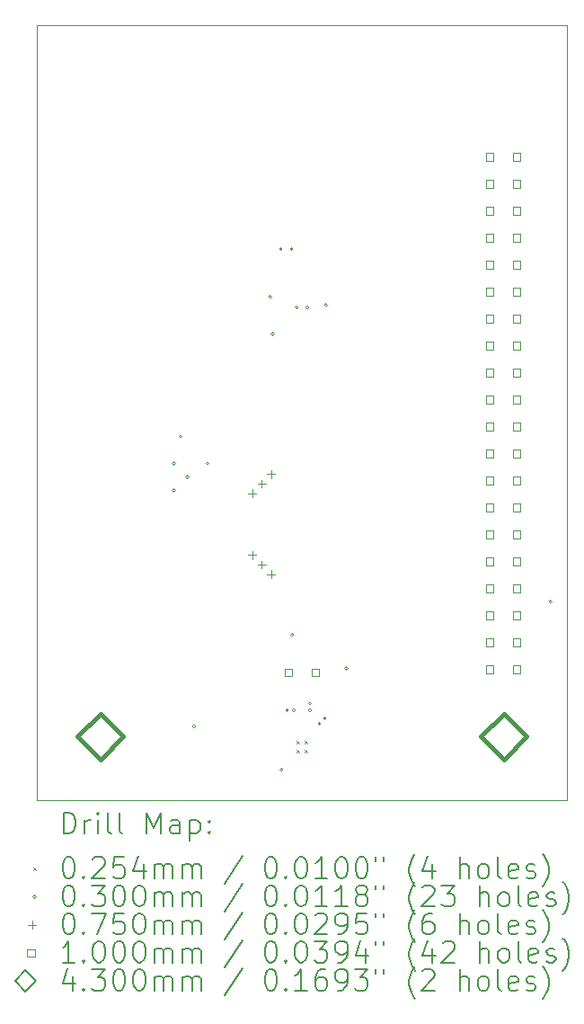
<source format=gbr>
%FSLAX45Y45*%
G04 Gerber Fmt 4.5, Leading zero omitted, Abs format (unit mm)*
G04 Created by KiCad (PCBNEW (6.0.0)) date 2025-05-03 15:15:20*
%MOMM*%
%LPD*%
G01*
G04 APERTURE LIST*
%TA.AperFunction,Profile*%
%ADD10C,0.100000*%
%TD*%
%ADD11C,0.200000*%
%ADD12C,0.025400*%
%ADD13C,0.030000*%
%ADD14C,0.075000*%
%ADD15C,0.100000*%
%ADD16C,0.430000*%
G04 APERTURE END LIST*
D10*
X15103252Y-3604343D02*
X20103252Y-3604343D01*
X20103252Y-3604343D02*
X20103252Y-10904343D01*
X20103252Y-10904343D02*
X15103252Y-10904343D01*
X15103252Y-10904343D02*
X15103252Y-3604343D01*
D11*
D12*
X17551182Y-10347773D02*
X17576582Y-10373173D01*
X17576582Y-10347773D02*
X17551182Y-10373173D01*
X17551182Y-10426513D02*
X17576582Y-10451913D01*
X17576582Y-10426513D02*
X17551182Y-10451913D01*
X17629922Y-10347773D02*
X17655322Y-10373173D01*
X17655322Y-10347773D02*
X17629922Y-10373173D01*
X17629922Y-10426513D02*
X17655322Y-10451913D01*
X17655322Y-10426513D02*
X17629922Y-10451913D01*
D13*
X16411752Y-7732843D02*
G75*
G03*
X16411752Y-7732843I-15000J0D01*
G01*
X16411752Y-7986843D02*
G75*
G03*
X16411752Y-7986843I-15000J0D01*
G01*
X16475252Y-7478843D02*
G75*
G03*
X16475252Y-7478843I-15000J0D01*
G01*
X16538752Y-7859843D02*
G75*
G03*
X16538752Y-7859843I-15000J0D01*
G01*
X16602252Y-10209343D02*
G75*
G03*
X16602252Y-10209343I-15000J0D01*
G01*
X16729252Y-7732843D02*
G75*
G03*
X16729252Y-7732843I-15000J0D01*
G01*
X17318252Y-6162843D02*
G75*
G03*
X17318252Y-6162843I-15000J0D01*
G01*
X17343252Y-6512843D02*
G75*
G03*
X17343252Y-6512843I-15000J0D01*
G01*
X17418252Y-5712843D02*
G75*
G03*
X17418252Y-5712843I-15000J0D01*
G01*
X17426252Y-10617343D02*
G75*
G03*
X17426252Y-10617343I-15000J0D01*
G01*
X17478552Y-10056943D02*
G75*
G03*
X17478552Y-10056943I-15000J0D01*
G01*
X17518252Y-5712843D02*
G75*
G03*
X17518252Y-5712843I-15000J0D01*
G01*
X17527002Y-9348093D02*
G75*
G03*
X17527002Y-9348093I-15000J0D01*
G01*
X17542052Y-10056943D02*
G75*
G03*
X17542052Y-10056943I-15000J0D01*
G01*
X17568252Y-6262843D02*
G75*
G03*
X17568252Y-6262843I-15000J0D01*
G01*
X17668252Y-6262843D02*
G75*
G03*
X17668252Y-6262843I-15000J0D01*
G01*
X17694452Y-9993443D02*
G75*
G03*
X17694452Y-9993443I-15000J0D01*
G01*
X17694452Y-10056943D02*
G75*
G03*
X17694452Y-10056943I-15000J0D01*
G01*
X17783352Y-10183943D02*
G75*
G03*
X17783352Y-10183943I-15000J0D01*
G01*
X17834152Y-10133143D02*
G75*
G03*
X17834152Y-10133143I-15000J0D01*
G01*
X17843252Y-6239623D02*
G75*
G03*
X17843252Y-6239623I-15000J0D01*
G01*
X18037352Y-9663243D02*
G75*
G03*
X18037352Y-9663243I-15000J0D01*
G01*
X19960752Y-9035343D02*
G75*
G03*
X19960752Y-9035343I-15000J0D01*
G01*
D14*
X17132449Y-7975645D02*
X17132449Y-8050645D01*
X17094949Y-8013145D02*
X17169949Y-8013145D01*
X17132450Y-8558040D02*
X17132450Y-8633040D01*
X17094950Y-8595540D02*
X17169950Y-8595540D01*
X17222252Y-7885843D02*
X17222252Y-7960843D01*
X17184752Y-7923343D02*
X17259752Y-7923343D01*
X17222252Y-8647843D02*
X17222252Y-8722843D01*
X17184752Y-8685343D02*
X17259752Y-8685343D01*
X17312055Y-7796040D02*
X17312055Y-7871040D01*
X17274555Y-7833540D02*
X17349555Y-7833540D01*
X17312055Y-8737645D02*
X17312055Y-8812645D01*
X17274555Y-8775145D02*
X17349555Y-8775145D01*
D15*
X17509608Y-9739199D02*
X17509608Y-9668487D01*
X17438896Y-9668487D01*
X17438896Y-9739199D01*
X17509608Y-9739199D01*
X17763608Y-9739199D02*
X17763608Y-9668487D01*
X17692896Y-9668487D01*
X17692896Y-9739199D01*
X17763608Y-9739199D01*
X19409608Y-4879699D02*
X19409608Y-4808987D01*
X19338896Y-4808987D01*
X19338896Y-4879699D01*
X19409608Y-4879699D01*
X19409608Y-5133699D02*
X19409608Y-5062987D01*
X19338896Y-5062987D01*
X19338896Y-5133699D01*
X19409608Y-5133699D01*
X19409608Y-5387699D02*
X19409608Y-5316987D01*
X19338896Y-5316987D01*
X19338896Y-5387699D01*
X19409608Y-5387699D01*
X19409608Y-5641698D02*
X19409608Y-5570987D01*
X19338896Y-5570987D01*
X19338896Y-5641698D01*
X19409608Y-5641698D01*
X19409608Y-5895698D02*
X19409608Y-5824987D01*
X19338896Y-5824987D01*
X19338896Y-5895698D01*
X19409608Y-5895698D01*
X19409608Y-6149698D02*
X19409608Y-6078987D01*
X19338896Y-6078987D01*
X19338896Y-6149698D01*
X19409608Y-6149698D01*
X19409608Y-6403698D02*
X19409608Y-6332987D01*
X19338896Y-6332987D01*
X19338896Y-6403698D01*
X19409608Y-6403698D01*
X19409608Y-6657698D02*
X19409608Y-6586987D01*
X19338896Y-6586987D01*
X19338896Y-6657698D01*
X19409608Y-6657698D01*
X19409608Y-6911698D02*
X19409608Y-6840987D01*
X19338896Y-6840987D01*
X19338896Y-6911698D01*
X19409608Y-6911698D01*
X19409608Y-7165698D02*
X19409608Y-7094987D01*
X19338896Y-7094987D01*
X19338896Y-7165698D01*
X19409608Y-7165698D01*
X19409608Y-7419698D02*
X19409608Y-7348987D01*
X19338896Y-7348987D01*
X19338896Y-7419698D01*
X19409608Y-7419698D01*
X19409608Y-7673698D02*
X19409608Y-7602987D01*
X19338896Y-7602987D01*
X19338896Y-7673698D01*
X19409608Y-7673698D01*
X19409608Y-7927698D02*
X19409608Y-7856987D01*
X19338896Y-7856987D01*
X19338896Y-7927698D01*
X19409608Y-7927698D01*
X19409608Y-8181698D02*
X19409608Y-8110987D01*
X19338896Y-8110987D01*
X19338896Y-8181698D01*
X19409608Y-8181698D01*
X19409608Y-8435699D02*
X19409608Y-8364987D01*
X19338896Y-8364987D01*
X19338896Y-8435699D01*
X19409608Y-8435699D01*
X19409608Y-8689699D02*
X19409608Y-8618987D01*
X19338896Y-8618987D01*
X19338896Y-8689699D01*
X19409608Y-8689699D01*
X19409608Y-8943699D02*
X19409608Y-8872987D01*
X19338896Y-8872987D01*
X19338896Y-8943699D01*
X19409608Y-8943699D01*
X19409608Y-9197699D02*
X19409608Y-9126987D01*
X19338896Y-9126987D01*
X19338896Y-9197699D01*
X19409608Y-9197699D01*
X19409608Y-9451699D02*
X19409608Y-9380987D01*
X19338896Y-9380987D01*
X19338896Y-9451699D01*
X19409608Y-9451699D01*
X19409608Y-9705699D02*
X19409608Y-9634987D01*
X19338896Y-9634987D01*
X19338896Y-9705699D01*
X19409608Y-9705699D01*
X19663608Y-4879699D02*
X19663608Y-4808987D01*
X19592896Y-4808987D01*
X19592896Y-4879699D01*
X19663608Y-4879699D01*
X19663608Y-5133699D02*
X19663608Y-5062987D01*
X19592896Y-5062987D01*
X19592896Y-5133699D01*
X19663608Y-5133699D01*
X19663608Y-5387699D02*
X19663608Y-5316987D01*
X19592896Y-5316987D01*
X19592896Y-5387699D01*
X19663608Y-5387699D01*
X19663608Y-5641698D02*
X19663608Y-5570987D01*
X19592896Y-5570987D01*
X19592896Y-5641698D01*
X19663608Y-5641698D01*
X19663608Y-5895698D02*
X19663608Y-5824987D01*
X19592896Y-5824987D01*
X19592896Y-5895698D01*
X19663608Y-5895698D01*
X19663608Y-6149698D02*
X19663608Y-6078987D01*
X19592896Y-6078987D01*
X19592896Y-6149698D01*
X19663608Y-6149698D01*
X19663608Y-6403698D02*
X19663608Y-6332987D01*
X19592896Y-6332987D01*
X19592896Y-6403698D01*
X19663608Y-6403698D01*
X19663608Y-6657698D02*
X19663608Y-6586987D01*
X19592896Y-6586987D01*
X19592896Y-6657698D01*
X19663608Y-6657698D01*
X19663608Y-6911698D02*
X19663608Y-6840987D01*
X19592896Y-6840987D01*
X19592896Y-6911698D01*
X19663608Y-6911698D01*
X19663608Y-7165698D02*
X19663608Y-7094987D01*
X19592896Y-7094987D01*
X19592896Y-7165698D01*
X19663608Y-7165698D01*
X19663608Y-7419698D02*
X19663608Y-7348987D01*
X19592896Y-7348987D01*
X19592896Y-7419698D01*
X19663608Y-7419698D01*
X19663608Y-7673698D02*
X19663608Y-7602987D01*
X19592896Y-7602987D01*
X19592896Y-7673698D01*
X19663608Y-7673698D01*
X19663608Y-7927698D02*
X19663608Y-7856987D01*
X19592896Y-7856987D01*
X19592896Y-7927698D01*
X19663608Y-7927698D01*
X19663608Y-8181698D02*
X19663608Y-8110987D01*
X19592896Y-8110987D01*
X19592896Y-8181698D01*
X19663608Y-8181698D01*
X19663608Y-8435699D02*
X19663608Y-8364987D01*
X19592896Y-8364987D01*
X19592896Y-8435699D01*
X19663608Y-8435699D01*
X19663608Y-8689699D02*
X19663608Y-8618987D01*
X19592896Y-8618987D01*
X19592896Y-8689699D01*
X19663608Y-8689699D01*
X19663608Y-8943699D02*
X19663608Y-8872987D01*
X19592896Y-8872987D01*
X19592896Y-8943699D01*
X19663608Y-8943699D01*
X19663608Y-9197699D02*
X19663608Y-9126987D01*
X19592896Y-9126987D01*
X19592896Y-9197699D01*
X19663608Y-9197699D01*
X19663608Y-9451699D02*
X19663608Y-9380987D01*
X19592896Y-9380987D01*
X19592896Y-9451699D01*
X19663608Y-9451699D01*
X19663608Y-9705699D02*
X19663608Y-9634987D01*
X19592896Y-9634987D01*
X19592896Y-9705699D01*
X19663608Y-9705699D01*
D16*
X15703252Y-10519343D02*
X15918252Y-10304343D01*
X15703252Y-10089343D01*
X15488252Y-10304343D01*
X15703252Y-10519343D01*
X19503252Y-10519343D02*
X19718252Y-10304343D01*
X19503252Y-10089343D01*
X19288252Y-10304343D01*
X19503252Y-10519343D01*
D11*
X15355871Y-11219819D02*
X15355871Y-11019819D01*
X15403490Y-11019819D01*
X15432061Y-11029343D01*
X15451109Y-11048390D01*
X15460633Y-11067438D01*
X15470157Y-11105533D01*
X15470157Y-11134105D01*
X15460633Y-11172200D01*
X15451109Y-11191247D01*
X15432061Y-11210295D01*
X15403490Y-11219819D01*
X15355871Y-11219819D01*
X15555871Y-11219819D02*
X15555871Y-11086486D01*
X15555871Y-11124581D02*
X15565395Y-11105533D01*
X15574919Y-11096009D01*
X15593966Y-11086486D01*
X15613014Y-11086486D01*
X15679680Y-11219819D02*
X15679680Y-11086486D01*
X15679680Y-11019819D02*
X15670157Y-11029343D01*
X15679680Y-11038867D01*
X15689204Y-11029343D01*
X15679680Y-11019819D01*
X15679680Y-11038867D01*
X15803490Y-11219819D02*
X15784442Y-11210295D01*
X15774919Y-11191247D01*
X15774919Y-11019819D01*
X15908252Y-11219819D02*
X15889204Y-11210295D01*
X15879680Y-11191247D01*
X15879680Y-11019819D01*
X16136823Y-11219819D02*
X16136823Y-11019819D01*
X16203490Y-11162676D01*
X16270157Y-11019819D01*
X16270157Y-11219819D01*
X16451109Y-11219819D02*
X16451109Y-11115057D01*
X16441585Y-11096009D01*
X16422538Y-11086486D01*
X16384442Y-11086486D01*
X16365395Y-11096009D01*
X16451109Y-11210295D02*
X16432061Y-11219819D01*
X16384442Y-11219819D01*
X16365395Y-11210295D01*
X16355871Y-11191247D01*
X16355871Y-11172200D01*
X16365395Y-11153152D01*
X16384442Y-11143629D01*
X16432061Y-11143629D01*
X16451109Y-11134105D01*
X16546347Y-11086486D02*
X16546347Y-11286486D01*
X16546347Y-11096009D02*
X16565395Y-11086486D01*
X16603490Y-11086486D01*
X16622538Y-11096009D01*
X16632061Y-11105533D01*
X16641585Y-11124581D01*
X16641585Y-11181724D01*
X16632061Y-11200771D01*
X16622538Y-11210295D01*
X16603490Y-11219819D01*
X16565395Y-11219819D01*
X16546347Y-11210295D01*
X16727300Y-11200771D02*
X16736823Y-11210295D01*
X16727300Y-11219819D01*
X16717776Y-11210295D01*
X16727300Y-11200771D01*
X16727300Y-11219819D01*
X16727300Y-11096009D02*
X16736823Y-11105533D01*
X16727300Y-11115057D01*
X16717776Y-11105533D01*
X16727300Y-11096009D01*
X16727300Y-11115057D01*
D12*
X15072852Y-11536643D02*
X15098252Y-11562043D01*
X15098252Y-11536643D02*
X15072852Y-11562043D01*
D11*
X15393966Y-11439819D02*
X15413014Y-11439819D01*
X15432061Y-11449343D01*
X15441585Y-11458867D01*
X15451109Y-11477914D01*
X15460633Y-11516009D01*
X15460633Y-11563628D01*
X15451109Y-11601724D01*
X15441585Y-11620771D01*
X15432061Y-11630295D01*
X15413014Y-11639819D01*
X15393966Y-11639819D01*
X15374919Y-11630295D01*
X15365395Y-11620771D01*
X15355871Y-11601724D01*
X15346347Y-11563628D01*
X15346347Y-11516009D01*
X15355871Y-11477914D01*
X15365395Y-11458867D01*
X15374919Y-11449343D01*
X15393966Y-11439819D01*
X15546347Y-11620771D02*
X15555871Y-11630295D01*
X15546347Y-11639819D01*
X15536823Y-11630295D01*
X15546347Y-11620771D01*
X15546347Y-11639819D01*
X15632061Y-11458867D02*
X15641585Y-11449343D01*
X15660633Y-11439819D01*
X15708252Y-11439819D01*
X15727300Y-11449343D01*
X15736823Y-11458867D01*
X15746347Y-11477914D01*
X15746347Y-11496962D01*
X15736823Y-11525533D01*
X15622538Y-11639819D01*
X15746347Y-11639819D01*
X15927300Y-11439819D02*
X15832061Y-11439819D01*
X15822538Y-11535057D01*
X15832061Y-11525533D01*
X15851109Y-11516009D01*
X15898728Y-11516009D01*
X15917776Y-11525533D01*
X15927300Y-11535057D01*
X15936823Y-11554105D01*
X15936823Y-11601724D01*
X15927300Y-11620771D01*
X15917776Y-11630295D01*
X15898728Y-11639819D01*
X15851109Y-11639819D01*
X15832061Y-11630295D01*
X15822538Y-11620771D01*
X16108252Y-11506486D02*
X16108252Y-11639819D01*
X16060633Y-11430295D02*
X16013014Y-11573152D01*
X16136823Y-11573152D01*
X16213014Y-11639819D02*
X16213014Y-11506486D01*
X16213014Y-11525533D02*
X16222538Y-11516009D01*
X16241585Y-11506486D01*
X16270157Y-11506486D01*
X16289204Y-11516009D01*
X16298728Y-11535057D01*
X16298728Y-11639819D01*
X16298728Y-11535057D02*
X16308252Y-11516009D01*
X16327300Y-11506486D01*
X16355871Y-11506486D01*
X16374919Y-11516009D01*
X16384442Y-11535057D01*
X16384442Y-11639819D01*
X16479680Y-11639819D02*
X16479680Y-11506486D01*
X16479680Y-11525533D02*
X16489204Y-11516009D01*
X16508252Y-11506486D01*
X16536823Y-11506486D01*
X16555871Y-11516009D01*
X16565395Y-11535057D01*
X16565395Y-11639819D01*
X16565395Y-11535057D02*
X16574919Y-11516009D01*
X16593966Y-11506486D01*
X16622538Y-11506486D01*
X16641585Y-11516009D01*
X16651109Y-11535057D01*
X16651109Y-11639819D01*
X17041585Y-11430295D02*
X16870157Y-11687438D01*
X17298728Y-11439819D02*
X17317776Y-11439819D01*
X17336823Y-11449343D01*
X17346347Y-11458867D01*
X17355871Y-11477914D01*
X17365395Y-11516009D01*
X17365395Y-11563628D01*
X17355871Y-11601724D01*
X17346347Y-11620771D01*
X17336823Y-11630295D01*
X17317776Y-11639819D01*
X17298728Y-11639819D01*
X17279681Y-11630295D01*
X17270157Y-11620771D01*
X17260633Y-11601724D01*
X17251109Y-11563628D01*
X17251109Y-11516009D01*
X17260633Y-11477914D01*
X17270157Y-11458867D01*
X17279681Y-11449343D01*
X17298728Y-11439819D01*
X17451109Y-11620771D02*
X17460633Y-11630295D01*
X17451109Y-11639819D01*
X17441585Y-11630295D01*
X17451109Y-11620771D01*
X17451109Y-11639819D01*
X17584442Y-11439819D02*
X17603490Y-11439819D01*
X17622538Y-11449343D01*
X17632062Y-11458867D01*
X17641585Y-11477914D01*
X17651109Y-11516009D01*
X17651109Y-11563628D01*
X17641585Y-11601724D01*
X17632062Y-11620771D01*
X17622538Y-11630295D01*
X17603490Y-11639819D01*
X17584442Y-11639819D01*
X17565395Y-11630295D01*
X17555871Y-11620771D01*
X17546347Y-11601724D01*
X17536823Y-11563628D01*
X17536823Y-11516009D01*
X17546347Y-11477914D01*
X17555871Y-11458867D01*
X17565395Y-11449343D01*
X17584442Y-11439819D01*
X17841585Y-11639819D02*
X17727300Y-11639819D01*
X17784442Y-11639819D02*
X17784442Y-11439819D01*
X17765395Y-11468390D01*
X17746347Y-11487438D01*
X17727300Y-11496962D01*
X17965395Y-11439819D02*
X17984442Y-11439819D01*
X18003490Y-11449343D01*
X18013014Y-11458867D01*
X18022538Y-11477914D01*
X18032062Y-11516009D01*
X18032062Y-11563628D01*
X18022538Y-11601724D01*
X18013014Y-11620771D01*
X18003490Y-11630295D01*
X17984442Y-11639819D01*
X17965395Y-11639819D01*
X17946347Y-11630295D01*
X17936823Y-11620771D01*
X17927300Y-11601724D01*
X17917776Y-11563628D01*
X17917776Y-11516009D01*
X17927300Y-11477914D01*
X17936823Y-11458867D01*
X17946347Y-11449343D01*
X17965395Y-11439819D01*
X18155871Y-11439819D02*
X18174919Y-11439819D01*
X18193966Y-11449343D01*
X18203490Y-11458867D01*
X18213014Y-11477914D01*
X18222538Y-11516009D01*
X18222538Y-11563628D01*
X18213014Y-11601724D01*
X18203490Y-11620771D01*
X18193966Y-11630295D01*
X18174919Y-11639819D01*
X18155871Y-11639819D01*
X18136823Y-11630295D01*
X18127300Y-11620771D01*
X18117776Y-11601724D01*
X18108252Y-11563628D01*
X18108252Y-11516009D01*
X18117776Y-11477914D01*
X18127300Y-11458867D01*
X18136823Y-11449343D01*
X18155871Y-11439819D01*
X18298728Y-11439819D02*
X18298728Y-11477914D01*
X18374919Y-11439819D02*
X18374919Y-11477914D01*
X18670157Y-11716009D02*
X18660633Y-11706486D01*
X18641585Y-11677914D01*
X18632062Y-11658867D01*
X18622538Y-11630295D01*
X18613014Y-11582676D01*
X18613014Y-11544581D01*
X18622538Y-11496962D01*
X18632062Y-11468390D01*
X18641585Y-11449343D01*
X18660633Y-11420771D01*
X18670157Y-11411247D01*
X18832062Y-11506486D02*
X18832062Y-11639819D01*
X18784442Y-11430295D02*
X18736823Y-11573152D01*
X18860633Y-11573152D01*
X19089204Y-11639819D02*
X19089204Y-11439819D01*
X19174919Y-11639819D02*
X19174919Y-11535057D01*
X19165395Y-11516009D01*
X19146347Y-11506486D01*
X19117776Y-11506486D01*
X19098728Y-11516009D01*
X19089204Y-11525533D01*
X19298728Y-11639819D02*
X19279681Y-11630295D01*
X19270157Y-11620771D01*
X19260633Y-11601724D01*
X19260633Y-11544581D01*
X19270157Y-11525533D01*
X19279681Y-11516009D01*
X19298728Y-11506486D01*
X19327300Y-11506486D01*
X19346347Y-11516009D01*
X19355871Y-11525533D01*
X19365395Y-11544581D01*
X19365395Y-11601724D01*
X19355871Y-11620771D01*
X19346347Y-11630295D01*
X19327300Y-11639819D01*
X19298728Y-11639819D01*
X19479681Y-11639819D02*
X19460633Y-11630295D01*
X19451109Y-11611247D01*
X19451109Y-11439819D01*
X19632062Y-11630295D02*
X19613014Y-11639819D01*
X19574919Y-11639819D01*
X19555871Y-11630295D01*
X19546347Y-11611247D01*
X19546347Y-11535057D01*
X19555871Y-11516009D01*
X19574919Y-11506486D01*
X19613014Y-11506486D01*
X19632062Y-11516009D01*
X19641585Y-11535057D01*
X19641585Y-11554105D01*
X19546347Y-11573152D01*
X19717776Y-11630295D02*
X19736823Y-11639819D01*
X19774919Y-11639819D01*
X19793966Y-11630295D01*
X19803490Y-11611247D01*
X19803490Y-11601724D01*
X19793966Y-11582676D01*
X19774919Y-11573152D01*
X19746347Y-11573152D01*
X19727300Y-11563628D01*
X19717776Y-11544581D01*
X19717776Y-11535057D01*
X19727300Y-11516009D01*
X19746347Y-11506486D01*
X19774919Y-11506486D01*
X19793966Y-11516009D01*
X19870157Y-11716009D02*
X19879681Y-11706486D01*
X19898728Y-11677914D01*
X19908252Y-11658867D01*
X19917776Y-11630295D01*
X19927300Y-11582676D01*
X19927300Y-11544581D01*
X19917776Y-11496962D01*
X19908252Y-11468390D01*
X19898728Y-11449343D01*
X19879681Y-11420771D01*
X19870157Y-11411247D01*
D13*
X15098252Y-11813343D02*
G75*
G03*
X15098252Y-11813343I-15000J0D01*
G01*
D11*
X15393966Y-11703819D02*
X15413014Y-11703819D01*
X15432061Y-11713343D01*
X15441585Y-11722867D01*
X15451109Y-11741914D01*
X15460633Y-11780009D01*
X15460633Y-11827628D01*
X15451109Y-11865724D01*
X15441585Y-11884771D01*
X15432061Y-11894295D01*
X15413014Y-11903819D01*
X15393966Y-11903819D01*
X15374919Y-11894295D01*
X15365395Y-11884771D01*
X15355871Y-11865724D01*
X15346347Y-11827628D01*
X15346347Y-11780009D01*
X15355871Y-11741914D01*
X15365395Y-11722867D01*
X15374919Y-11713343D01*
X15393966Y-11703819D01*
X15546347Y-11884771D02*
X15555871Y-11894295D01*
X15546347Y-11903819D01*
X15536823Y-11894295D01*
X15546347Y-11884771D01*
X15546347Y-11903819D01*
X15622538Y-11703819D02*
X15746347Y-11703819D01*
X15679680Y-11780009D01*
X15708252Y-11780009D01*
X15727300Y-11789533D01*
X15736823Y-11799057D01*
X15746347Y-11818105D01*
X15746347Y-11865724D01*
X15736823Y-11884771D01*
X15727300Y-11894295D01*
X15708252Y-11903819D01*
X15651109Y-11903819D01*
X15632061Y-11894295D01*
X15622538Y-11884771D01*
X15870157Y-11703819D02*
X15889204Y-11703819D01*
X15908252Y-11713343D01*
X15917776Y-11722867D01*
X15927300Y-11741914D01*
X15936823Y-11780009D01*
X15936823Y-11827628D01*
X15927300Y-11865724D01*
X15917776Y-11884771D01*
X15908252Y-11894295D01*
X15889204Y-11903819D01*
X15870157Y-11903819D01*
X15851109Y-11894295D01*
X15841585Y-11884771D01*
X15832061Y-11865724D01*
X15822538Y-11827628D01*
X15822538Y-11780009D01*
X15832061Y-11741914D01*
X15841585Y-11722867D01*
X15851109Y-11713343D01*
X15870157Y-11703819D01*
X16060633Y-11703819D02*
X16079680Y-11703819D01*
X16098728Y-11713343D01*
X16108252Y-11722867D01*
X16117776Y-11741914D01*
X16127300Y-11780009D01*
X16127300Y-11827628D01*
X16117776Y-11865724D01*
X16108252Y-11884771D01*
X16098728Y-11894295D01*
X16079680Y-11903819D01*
X16060633Y-11903819D01*
X16041585Y-11894295D01*
X16032061Y-11884771D01*
X16022538Y-11865724D01*
X16013014Y-11827628D01*
X16013014Y-11780009D01*
X16022538Y-11741914D01*
X16032061Y-11722867D01*
X16041585Y-11713343D01*
X16060633Y-11703819D01*
X16213014Y-11903819D02*
X16213014Y-11770486D01*
X16213014Y-11789533D02*
X16222538Y-11780009D01*
X16241585Y-11770486D01*
X16270157Y-11770486D01*
X16289204Y-11780009D01*
X16298728Y-11799057D01*
X16298728Y-11903819D01*
X16298728Y-11799057D02*
X16308252Y-11780009D01*
X16327300Y-11770486D01*
X16355871Y-11770486D01*
X16374919Y-11780009D01*
X16384442Y-11799057D01*
X16384442Y-11903819D01*
X16479680Y-11903819D02*
X16479680Y-11770486D01*
X16479680Y-11789533D02*
X16489204Y-11780009D01*
X16508252Y-11770486D01*
X16536823Y-11770486D01*
X16555871Y-11780009D01*
X16565395Y-11799057D01*
X16565395Y-11903819D01*
X16565395Y-11799057D02*
X16574919Y-11780009D01*
X16593966Y-11770486D01*
X16622538Y-11770486D01*
X16641585Y-11780009D01*
X16651109Y-11799057D01*
X16651109Y-11903819D01*
X17041585Y-11694295D02*
X16870157Y-11951438D01*
X17298728Y-11703819D02*
X17317776Y-11703819D01*
X17336823Y-11713343D01*
X17346347Y-11722867D01*
X17355871Y-11741914D01*
X17365395Y-11780009D01*
X17365395Y-11827628D01*
X17355871Y-11865724D01*
X17346347Y-11884771D01*
X17336823Y-11894295D01*
X17317776Y-11903819D01*
X17298728Y-11903819D01*
X17279681Y-11894295D01*
X17270157Y-11884771D01*
X17260633Y-11865724D01*
X17251109Y-11827628D01*
X17251109Y-11780009D01*
X17260633Y-11741914D01*
X17270157Y-11722867D01*
X17279681Y-11713343D01*
X17298728Y-11703819D01*
X17451109Y-11884771D02*
X17460633Y-11894295D01*
X17451109Y-11903819D01*
X17441585Y-11894295D01*
X17451109Y-11884771D01*
X17451109Y-11903819D01*
X17584442Y-11703819D02*
X17603490Y-11703819D01*
X17622538Y-11713343D01*
X17632062Y-11722867D01*
X17641585Y-11741914D01*
X17651109Y-11780009D01*
X17651109Y-11827628D01*
X17641585Y-11865724D01*
X17632062Y-11884771D01*
X17622538Y-11894295D01*
X17603490Y-11903819D01*
X17584442Y-11903819D01*
X17565395Y-11894295D01*
X17555871Y-11884771D01*
X17546347Y-11865724D01*
X17536823Y-11827628D01*
X17536823Y-11780009D01*
X17546347Y-11741914D01*
X17555871Y-11722867D01*
X17565395Y-11713343D01*
X17584442Y-11703819D01*
X17841585Y-11903819D02*
X17727300Y-11903819D01*
X17784442Y-11903819D02*
X17784442Y-11703819D01*
X17765395Y-11732390D01*
X17746347Y-11751438D01*
X17727300Y-11760962D01*
X18032062Y-11903819D02*
X17917776Y-11903819D01*
X17974919Y-11903819D02*
X17974919Y-11703819D01*
X17955871Y-11732390D01*
X17936823Y-11751438D01*
X17917776Y-11760962D01*
X18146347Y-11789533D02*
X18127300Y-11780009D01*
X18117776Y-11770486D01*
X18108252Y-11751438D01*
X18108252Y-11741914D01*
X18117776Y-11722867D01*
X18127300Y-11713343D01*
X18146347Y-11703819D01*
X18184442Y-11703819D01*
X18203490Y-11713343D01*
X18213014Y-11722867D01*
X18222538Y-11741914D01*
X18222538Y-11751438D01*
X18213014Y-11770486D01*
X18203490Y-11780009D01*
X18184442Y-11789533D01*
X18146347Y-11789533D01*
X18127300Y-11799057D01*
X18117776Y-11808581D01*
X18108252Y-11827628D01*
X18108252Y-11865724D01*
X18117776Y-11884771D01*
X18127300Y-11894295D01*
X18146347Y-11903819D01*
X18184442Y-11903819D01*
X18203490Y-11894295D01*
X18213014Y-11884771D01*
X18222538Y-11865724D01*
X18222538Y-11827628D01*
X18213014Y-11808581D01*
X18203490Y-11799057D01*
X18184442Y-11789533D01*
X18298728Y-11703819D02*
X18298728Y-11741914D01*
X18374919Y-11703819D02*
X18374919Y-11741914D01*
X18670157Y-11980009D02*
X18660633Y-11970486D01*
X18641585Y-11941914D01*
X18632062Y-11922867D01*
X18622538Y-11894295D01*
X18613014Y-11846676D01*
X18613014Y-11808581D01*
X18622538Y-11760962D01*
X18632062Y-11732390D01*
X18641585Y-11713343D01*
X18660633Y-11684771D01*
X18670157Y-11675247D01*
X18736823Y-11722867D02*
X18746347Y-11713343D01*
X18765395Y-11703819D01*
X18813014Y-11703819D01*
X18832062Y-11713343D01*
X18841585Y-11722867D01*
X18851109Y-11741914D01*
X18851109Y-11760962D01*
X18841585Y-11789533D01*
X18727300Y-11903819D01*
X18851109Y-11903819D01*
X18917776Y-11703819D02*
X19041585Y-11703819D01*
X18974919Y-11780009D01*
X19003490Y-11780009D01*
X19022538Y-11789533D01*
X19032062Y-11799057D01*
X19041585Y-11818105D01*
X19041585Y-11865724D01*
X19032062Y-11884771D01*
X19022538Y-11894295D01*
X19003490Y-11903819D01*
X18946347Y-11903819D01*
X18927300Y-11894295D01*
X18917776Y-11884771D01*
X19279681Y-11903819D02*
X19279681Y-11703819D01*
X19365395Y-11903819D02*
X19365395Y-11799057D01*
X19355871Y-11780009D01*
X19336823Y-11770486D01*
X19308252Y-11770486D01*
X19289204Y-11780009D01*
X19279681Y-11789533D01*
X19489204Y-11903819D02*
X19470157Y-11894295D01*
X19460633Y-11884771D01*
X19451109Y-11865724D01*
X19451109Y-11808581D01*
X19460633Y-11789533D01*
X19470157Y-11780009D01*
X19489204Y-11770486D01*
X19517776Y-11770486D01*
X19536823Y-11780009D01*
X19546347Y-11789533D01*
X19555871Y-11808581D01*
X19555871Y-11865724D01*
X19546347Y-11884771D01*
X19536823Y-11894295D01*
X19517776Y-11903819D01*
X19489204Y-11903819D01*
X19670157Y-11903819D02*
X19651109Y-11894295D01*
X19641585Y-11875247D01*
X19641585Y-11703819D01*
X19822538Y-11894295D02*
X19803490Y-11903819D01*
X19765395Y-11903819D01*
X19746347Y-11894295D01*
X19736823Y-11875247D01*
X19736823Y-11799057D01*
X19746347Y-11780009D01*
X19765395Y-11770486D01*
X19803490Y-11770486D01*
X19822538Y-11780009D01*
X19832062Y-11799057D01*
X19832062Y-11818105D01*
X19736823Y-11837152D01*
X19908252Y-11894295D02*
X19927300Y-11903819D01*
X19965395Y-11903819D01*
X19984442Y-11894295D01*
X19993966Y-11875247D01*
X19993966Y-11865724D01*
X19984442Y-11846676D01*
X19965395Y-11837152D01*
X19936823Y-11837152D01*
X19917776Y-11827628D01*
X19908252Y-11808581D01*
X19908252Y-11799057D01*
X19917776Y-11780009D01*
X19936823Y-11770486D01*
X19965395Y-11770486D01*
X19984442Y-11780009D01*
X20060633Y-11980009D02*
X20070157Y-11970486D01*
X20089204Y-11941914D01*
X20098728Y-11922867D01*
X20108252Y-11894295D01*
X20117776Y-11846676D01*
X20117776Y-11808581D01*
X20108252Y-11760962D01*
X20098728Y-11732390D01*
X20089204Y-11713343D01*
X20070157Y-11684771D01*
X20060633Y-11675247D01*
D14*
X15060752Y-12039843D02*
X15060752Y-12114843D01*
X15023252Y-12077343D02*
X15098252Y-12077343D01*
D11*
X15393966Y-11967819D02*
X15413014Y-11967819D01*
X15432061Y-11977343D01*
X15441585Y-11986867D01*
X15451109Y-12005914D01*
X15460633Y-12044009D01*
X15460633Y-12091628D01*
X15451109Y-12129724D01*
X15441585Y-12148771D01*
X15432061Y-12158295D01*
X15413014Y-12167819D01*
X15393966Y-12167819D01*
X15374919Y-12158295D01*
X15365395Y-12148771D01*
X15355871Y-12129724D01*
X15346347Y-12091628D01*
X15346347Y-12044009D01*
X15355871Y-12005914D01*
X15365395Y-11986867D01*
X15374919Y-11977343D01*
X15393966Y-11967819D01*
X15546347Y-12148771D02*
X15555871Y-12158295D01*
X15546347Y-12167819D01*
X15536823Y-12158295D01*
X15546347Y-12148771D01*
X15546347Y-12167819D01*
X15622538Y-11967819D02*
X15755871Y-11967819D01*
X15670157Y-12167819D01*
X15927300Y-11967819D02*
X15832061Y-11967819D01*
X15822538Y-12063057D01*
X15832061Y-12053533D01*
X15851109Y-12044009D01*
X15898728Y-12044009D01*
X15917776Y-12053533D01*
X15927300Y-12063057D01*
X15936823Y-12082105D01*
X15936823Y-12129724D01*
X15927300Y-12148771D01*
X15917776Y-12158295D01*
X15898728Y-12167819D01*
X15851109Y-12167819D01*
X15832061Y-12158295D01*
X15822538Y-12148771D01*
X16060633Y-11967819D02*
X16079680Y-11967819D01*
X16098728Y-11977343D01*
X16108252Y-11986867D01*
X16117776Y-12005914D01*
X16127300Y-12044009D01*
X16127300Y-12091628D01*
X16117776Y-12129724D01*
X16108252Y-12148771D01*
X16098728Y-12158295D01*
X16079680Y-12167819D01*
X16060633Y-12167819D01*
X16041585Y-12158295D01*
X16032061Y-12148771D01*
X16022538Y-12129724D01*
X16013014Y-12091628D01*
X16013014Y-12044009D01*
X16022538Y-12005914D01*
X16032061Y-11986867D01*
X16041585Y-11977343D01*
X16060633Y-11967819D01*
X16213014Y-12167819D02*
X16213014Y-12034486D01*
X16213014Y-12053533D02*
X16222538Y-12044009D01*
X16241585Y-12034486D01*
X16270157Y-12034486D01*
X16289204Y-12044009D01*
X16298728Y-12063057D01*
X16298728Y-12167819D01*
X16298728Y-12063057D02*
X16308252Y-12044009D01*
X16327300Y-12034486D01*
X16355871Y-12034486D01*
X16374919Y-12044009D01*
X16384442Y-12063057D01*
X16384442Y-12167819D01*
X16479680Y-12167819D02*
X16479680Y-12034486D01*
X16479680Y-12053533D02*
X16489204Y-12044009D01*
X16508252Y-12034486D01*
X16536823Y-12034486D01*
X16555871Y-12044009D01*
X16565395Y-12063057D01*
X16565395Y-12167819D01*
X16565395Y-12063057D02*
X16574919Y-12044009D01*
X16593966Y-12034486D01*
X16622538Y-12034486D01*
X16641585Y-12044009D01*
X16651109Y-12063057D01*
X16651109Y-12167819D01*
X17041585Y-11958295D02*
X16870157Y-12215438D01*
X17298728Y-11967819D02*
X17317776Y-11967819D01*
X17336823Y-11977343D01*
X17346347Y-11986867D01*
X17355871Y-12005914D01*
X17365395Y-12044009D01*
X17365395Y-12091628D01*
X17355871Y-12129724D01*
X17346347Y-12148771D01*
X17336823Y-12158295D01*
X17317776Y-12167819D01*
X17298728Y-12167819D01*
X17279681Y-12158295D01*
X17270157Y-12148771D01*
X17260633Y-12129724D01*
X17251109Y-12091628D01*
X17251109Y-12044009D01*
X17260633Y-12005914D01*
X17270157Y-11986867D01*
X17279681Y-11977343D01*
X17298728Y-11967819D01*
X17451109Y-12148771D02*
X17460633Y-12158295D01*
X17451109Y-12167819D01*
X17441585Y-12158295D01*
X17451109Y-12148771D01*
X17451109Y-12167819D01*
X17584442Y-11967819D02*
X17603490Y-11967819D01*
X17622538Y-11977343D01*
X17632062Y-11986867D01*
X17641585Y-12005914D01*
X17651109Y-12044009D01*
X17651109Y-12091628D01*
X17641585Y-12129724D01*
X17632062Y-12148771D01*
X17622538Y-12158295D01*
X17603490Y-12167819D01*
X17584442Y-12167819D01*
X17565395Y-12158295D01*
X17555871Y-12148771D01*
X17546347Y-12129724D01*
X17536823Y-12091628D01*
X17536823Y-12044009D01*
X17546347Y-12005914D01*
X17555871Y-11986867D01*
X17565395Y-11977343D01*
X17584442Y-11967819D01*
X17727300Y-11986867D02*
X17736823Y-11977343D01*
X17755871Y-11967819D01*
X17803490Y-11967819D01*
X17822538Y-11977343D01*
X17832062Y-11986867D01*
X17841585Y-12005914D01*
X17841585Y-12024962D01*
X17832062Y-12053533D01*
X17717776Y-12167819D01*
X17841585Y-12167819D01*
X17936823Y-12167819D02*
X17974919Y-12167819D01*
X17993966Y-12158295D01*
X18003490Y-12148771D01*
X18022538Y-12120200D01*
X18032062Y-12082105D01*
X18032062Y-12005914D01*
X18022538Y-11986867D01*
X18013014Y-11977343D01*
X17993966Y-11967819D01*
X17955871Y-11967819D01*
X17936823Y-11977343D01*
X17927300Y-11986867D01*
X17917776Y-12005914D01*
X17917776Y-12053533D01*
X17927300Y-12072581D01*
X17936823Y-12082105D01*
X17955871Y-12091628D01*
X17993966Y-12091628D01*
X18013014Y-12082105D01*
X18022538Y-12072581D01*
X18032062Y-12053533D01*
X18213014Y-11967819D02*
X18117776Y-11967819D01*
X18108252Y-12063057D01*
X18117776Y-12053533D01*
X18136823Y-12044009D01*
X18184442Y-12044009D01*
X18203490Y-12053533D01*
X18213014Y-12063057D01*
X18222538Y-12082105D01*
X18222538Y-12129724D01*
X18213014Y-12148771D01*
X18203490Y-12158295D01*
X18184442Y-12167819D01*
X18136823Y-12167819D01*
X18117776Y-12158295D01*
X18108252Y-12148771D01*
X18298728Y-11967819D02*
X18298728Y-12005914D01*
X18374919Y-11967819D02*
X18374919Y-12005914D01*
X18670157Y-12244009D02*
X18660633Y-12234486D01*
X18641585Y-12205914D01*
X18632062Y-12186867D01*
X18622538Y-12158295D01*
X18613014Y-12110676D01*
X18613014Y-12072581D01*
X18622538Y-12024962D01*
X18632062Y-11996390D01*
X18641585Y-11977343D01*
X18660633Y-11948771D01*
X18670157Y-11939247D01*
X18832062Y-11967819D02*
X18793966Y-11967819D01*
X18774919Y-11977343D01*
X18765395Y-11986867D01*
X18746347Y-12015438D01*
X18736823Y-12053533D01*
X18736823Y-12129724D01*
X18746347Y-12148771D01*
X18755871Y-12158295D01*
X18774919Y-12167819D01*
X18813014Y-12167819D01*
X18832062Y-12158295D01*
X18841585Y-12148771D01*
X18851109Y-12129724D01*
X18851109Y-12082105D01*
X18841585Y-12063057D01*
X18832062Y-12053533D01*
X18813014Y-12044009D01*
X18774919Y-12044009D01*
X18755871Y-12053533D01*
X18746347Y-12063057D01*
X18736823Y-12082105D01*
X19089204Y-12167819D02*
X19089204Y-11967819D01*
X19174919Y-12167819D02*
X19174919Y-12063057D01*
X19165395Y-12044009D01*
X19146347Y-12034486D01*
X19117776Y-12034486D01*
X19098728Y-12044009D01*
X19089204Y-12053533D01*
X19298728Y-12167819D02*
X19279681Y-12158295D01*
X19270157Y-12148771D01*
X19260633Y-12129724D01*
X19260633Y-12072581D01*
X19270157Y-12053533D01*
X19279681Y-12044009D01*
X19298728Y-12034486D01*
X19327300Y-12034486D01*
X19346347Y-12044009D01*
X19355871Y-12053533D01*
X19365395Y-12072581D01*
X19365395Y-12129724D01*
X19355871Y-12148771D01*
X19346347Y-12158295D01*
X19327300Y-12167819D01*
X19298728Y-12167819D01*
X19479681Y-12167819D02*
X19460633Y-12158295D01*
X19451109Y-12139247D01*
X19451109Y-11967819D01*
X19632062Y-12158295D02*
X19613014Y-12167819D01*
X19574919Y-12167819D01*
X19555871Y-12158295D01*
X19546347Y-12139247D01*
X19546347Y-12063057D01*
X19555871Y-12044009D01*
X19574919Y-12034486D01*
X19613014Y-12034486D01*
X19632062Y-12044009D01*
X19641585Y-12063057D01*
X19641585Y-12082105D01*
X19546347Y-12101152D01*
X19717776Y-12158295D02*
X19736823Y-12167819D01*
X19774919Y-12167819D01*
X19793966Y-12158295D01*
X19803490Y-12139247D01*
X19803490Y-12129724D01*
X19793966Y-12110676D01*
X19774919Y-12101152D01*
X19746347Y-12101152D01*
X19727300Y-12091628D01*
X19717776Y-12072581D01*
X19717776Y-12063057D01*
X19727300Y-12044009D01*
X19746347Y-12034486D01*
X19774919Y-12034486D01*
X19793966Y-12044009D01*
X19870157Y-12244009D02*
X19879681Y-12234486D01*
X19898728Y-12205914D01*
X19908252Y-12186867D01*
X19917776Y-12158295D01*
X19927300Y-12110676D01*
X19927300Y-12072581D01*
X19917776Y-12024962D01*
X19908252Y-11996390D01*
X19898728Y-11977343D01*
X19879681Y-11948771D01*
X19870157Y-11939247D01*
D15*
X15083608Y-12376698D02*
X15083608Y-12305987D01*
X15012896Y-12305987D01*
X15012896Y-12376698D01*
X15083608Y-12376698D01*
D11*
X15460633Y-12431819D02*
X15346347Y-12431819D01*
X15403490Y-12431819D02*
X15403490Y-12231819D01*
X15384442Y-12260390D01*
X15365395Y-12279438D01*
X15346347Y-12288962D01*
X15546347Y-12412771D02*
X15555871Y-12422295D01*
X15546347Y-12431819D01*
X15536823Y-12422295D01*
X15546347Y-12412771D01*
X15546347Y-12431819D01*
X15679680Y-12231819D02*
X15698728Y-12231819D01*
X15717776Y-12241343D01*
X15727300Y-12250867D01*
X15736823Y-12269914D01*
X15746347Y-12308009D01*
X15746347Y-12355628D01*
X15736823Y-12393724D01*
X15727300Y-12412771D01*
X15717776Y-12422295D01*
X15698728Y-12431819D01*
X15679680Y-12431819D01*
X15660633Y-12422295D01*
X15651109Y-12412771D01*
X15641585Y-12393724D01*
X15632061Y-12355628D01*
X15632061Y-12308009D01*
X15641585Y-12269914D01*
X15651109Y-12250867D01*
X15660633Y-12241343D01*
X15679680Y-12231819D01*
X15870157Y-12231819D02*
X15889204Y-12231819D01*
X15908252Y-12241343D01*
X15917776Y-12250867D01*
X15927300Y-12269914D01*
X15936823Y-12308009D01*
X15936823Y-12355628D01*
X15927300Y-12393724D01*
X15917776Y-12412771D01*
X15908252Y-12422295D01*
X15889204Y-12431819D01*
X15870157Y-12431819D01*
X15851109Y-12422295D01*
X15841585Y-12412771D01*
X15832061Y-12393724D01*
X15822538Y-12355628D01*
X15822538Y-12308009D01*
X15832061Y-12269914D01*
X15841585Y-12250867D01*
X15851109Y-12241343D01*
X15870157Y-12231819D01*
X16060633Y-12231819D02*
X16079680Y-12231819D01*
X16098728Y-12241343D01*
X16108252Y-12250867D01*
X16117776Y-12269914D01*
X16127300Y-12308009D01*
X16127300Y-12355628D01*
X16117776Y-12393724D01*
X16108252Y-12412771D01*
X16098728Y-12422295D01*
X16079680Y-12431819D01*
X16060633Y-12431819D01*
X16041585Y-12422295D01*
X16032061Y-12412771D01*
X16022538Y-12393724D01*
X16013014Y-12355628D01*
X16013014Y-12308009D01*
X16022538Y-12269914D01*
X16032061Y-12250867D01*
X16041585Y-12241343D01*
X16060633Y-12231819D01*
X16213014Y-12431819D02*
X16213014Y-12298486D01*
X16213014Y-12317533D02*
X16222538Y-12308009D01*
X16241585Y-12298486D01*
X16270157Y-12298486D01*
X16289204Y-12308009D01*
X16298728Y-12327057D01*
X16298728Y-12431819D01*
X16298728Y-12327057D02*
X16308252Y-12308009D01*
X16327300Y-12298486D01*
X16355871Y-12298486D01*
X16374919Y-12308009D01*
X16384442Y-12327057D01*
X16384442Y-12431819D01*
X16479680Y-12431819D02*
X16479680Y-12298486D01*
X16479680Y-12317533D02*
X16489204Y-12308009D01*
X16508252Y-12298486D01*
X16536823Y-12298486D01*
X16555871Y-12308009D01*
X16565395Y-12327057D01*
X16565395Y-12431819D01*
X16565395Y-12327057D02*
X16574919Y-12308009D01*
X16593966Y-12298486D01*
X16622538Y-12298486D01*
X16641585Y-12308009D01*
X16651109Y-12327057D01*
X16651109Y-12431819D01*
X17041585Y-12222295D02*
X16870157Y-12479438D01*
X17298728Y-12231819D02*
X17317776Y-12231819D01*
X17336823Y-12241343D01*
X17346347Y-12250867D01*
X17355871Y-12269914D01*
X17365395Y-12308009D01*
X17365395Y-12355628D01*
X17355871Y-12393724D01*
X17346347Y-12412771D01*
X17336823Y-12422295D01*
X17317776Y-12431819D01*
X17298728Y-12431819D01*
X17279681Y-12422295D01*
X17270157Y-12412771D01*
X17260633Y-12393724D01*
X17251109Y-12355628D01*
X17251109Y-12308009D01*
X17260633Y-12269914D01*
X17270157Y-12250867D01*
X17279681Y-12241343D01*
X17298728Y-12231819D01*
X17451109Y-12412771D02*
X17460633Y-12422295D01*
X17451109Y-12431819D01*
X17441585Y-12422295D01*
X17451109Y-12412771D01*
X17451109Y-12431819D01*
X17584442Y-12231819D02*
X17603490Y-12231819D01*
X17622538Y-12241343D01*
X17632062Y-12250867D01*
X17641585Y-12269914D01*
X17651109Y-12308009D01*
X17651109Y-12355628D01*
X17641585Y-12393724D01*
X17632062Y-12412771D01*
X17622538Y-12422295D01*
X17603490Y-12431819D01*
X17584442Y-12431819D01*
X17565395Y-12422295D01*
X17555871Y-12412771D01*
X17546347Y-12393724D01*
X17536823Y-12355628D01*
X17536823Y-12308009D01*
X17546347Y-12269914D01*
X17555871Y-12250867D01*
X17565395Y-12241343D01*
X17584442Y-12231819D01*
X17717776Y-12231819D02*
X17841585Y-12231819D01*
X17774919Y-12308009D01*
X17803490Y-12308009D01*
X17822538Y-12317533D01*
X17832062Y-12327057D01*
X17841585Y-12346105D01*
X17841585Y-12393724D01*
X17832062Y-12412771D01*
X17822538Y-12422295D01*
X17803490Y-12431819D01*
X17746347Y-12431819D01*
X17727300Y-12422295D01*
X17717776Y-12412771D01*
X17936823Y-12431819D02*
X17974919Y-12431819D01*
X17993966Y-12422295D01*
X18003490Y-12412771D01*
X18022538Y-12384200D01*
X18032062Y-12346105D01*
X18032062Y-12269914D01*
X18022538Y-12250867D01*
X18013014Y-12241343D01*
X17993966Y-12231819D01*
X17955871Y-12231819D01*
X17936823Y-12241343D01*
X17927300Y-12250867D01*
X17917776Y-12269914D01*
X17917776Y-12317533D01*
X17927300Y-12336581D01*
X17936823Y-12346105D01*
X17955871Y-12355628D01*
X17993966Y-12355628D01*
X18013014Y-12346105D01*
X18022538Y-12336581D01*
X18032062Y-12317533D01*
X18203490Y-12298486D02*
X18203490Y-12431819D01*
X18155871Y-12222295D02*
X18108252Y-12365152D01*
X18232062Y-12365152D01*
X18298728Y-12231819D02*
X18298728Y-12269914D01*
X18374919Y-12231819D02*
X18374919Y-12269914D01*
X18670157Y-12508009D02*
X18660633Y-12498486D01*
X18641585Y-12469914D01*
X18632062Y-12450867D01*
X18622538Y-12422295D01*
X18613014Y-12374676D01*
X18613014Y-12336581D01*
X18622538Y-12288962D01*
X18632062Y-12260390D01*
X18641585Y-12241343D01*
X18660633Y-12212771D01*
X18670157Y-12203247D01*
X18832062Y-12298486D02*
X18832062Y-12431819D01*
X18784442Y-12222295D02*
X18736823Y-12365152D01*
X18860633Y-12365152D01*
X18927300Y-12250867D02*
X18936823Y-12241343D01*
X18955871Y-12231819D01*
X19003490Y-12231819D01*
X19022538Y-12241343D01*
X19032062Y-12250867D01*
X19041585Y-12269914D01*
X19041585Y-12288962D01*
X19032062Y-12317533D01*
X18917776Y-12431819D01*
X19041585Y-12431819D01*
X19279681Y-12431819D02*
X19279681Y-12231819D01*
X19365395Y-12431819D02*
X19365395Y-12327057D01*
X19355871Y-12308009D01*
X19336823Y-12298486D01*
X19308252Y-12298486D01*
X19289204Y-12308009D01*
X19279681Y-12317533D01*
X19489204Y-12431819D02*
X19470157Y-12422295D01*
X19460633Y-12412771D01*
X19451109Y-12393724D01*
X19451109Y-12336581D01*
X19460633Y-12317533D01*
X19470157Y-12308009D01*
X19489204Y-12298486D01*
X19517776Y-12298486D01*
X19536823Y-12308009D01*
X19546347Y-12317533D01*
X19555871Y-12336581D01*
X19555871Y-12393724D01*
X19546347Y-12412771D01*
X19536823Y-12422295D01*
X19517776Y-12431819D01*
X19489204Y-12431819D01*
X19670157Y-12431819D02*
X19651109Y-12422295D01*
X19641585Y-12403247D01*
X19641585Y-12231819D01*
X19822538Y-12422295D02*
X19803490Y-12431819D01*
X19765395Y-12431819D01*
X19746347Y-12422295D01*
X19736823Y-12403247D01*
X19736823Y-12327057D01*
X19746347Y-12308009D01*
X19765395Y-12298486D01*
X19803490Y-12298486D01*
X19822538Y-12308009D01*
X19832062Y-12327057D01*
X19832062Y-12346105D01*
X19736823Y-12365152D01*
X19908252Y-12422295D02*
X19927300Y-12431819D01*
X19965395Y-12431819D01*
X19984442Y-12422295D01*
X19993966Y-12403247D01*
X19993966Y-12393724D01*
X19984442Y-12374676D01*
X19965395Y-12365152D01*
X19936823Y-12365152D01*
X19917776Y-12355628D01*
X19908252Y-12336581D01*
X19908252Y-12327057D01*
X19917776Y-12308009D01*
X19936823Y-12298486D01*
X19965395Y-12298486D01*
X19984442Y-12308009D01*
X20060633Y-12508009D02*
X20070157Y-12498486D01*
X20089204Y-12469914D01*
X20098728Y-12450867D01*
X20108252Y-12422295D01*
X20117776Y-12374676D01*
X20117776Y-12336581D01*
X20108252Y-12288962D01*
X20098728Y-12260390D01*
X20089204Y-12241343D01*
X20070157Y-12212771D01*
X20060633Y-12203247D01*
X14998252Y-12705343D02*
X15098252Y-12605343D01*
X14998252Y-12505343D01*
X14898252Y-12605343D01*
X14998252Y-12705343D01*
X15441585Y-12562486D02*
X15441585Y-12695819D01*
X15393966Y-12486295D02*
X15346347Y-12629152D01*
X15470157Y-12629152D01*
X15546347Y-12676771D02*
X15555871Y-12686295D01*
X15546347Y-12695819D01*
X15536823Y-12686295D01*
X15546347Y-12676771D01*
X15546347Y-12695819D01*
X15622538Y-12495819D02*
X15746347Y-12495819D01*
X15679680Y-12572009D01*
X15708252Y-12572009D01*
X15727300Y-12581533D01*
X15736823Y-12591057D01*
X15746347Y-12610105D01*
X15746347Y-12657724D01*
X15736823Y-12676771D01*
X15727300Y-12686295D01*
X15708252Y-12695819D01*
X15651109Y-12695819D01*
X15632061Y-12686295D01*
X15622538Y-12676771D01*
X15870157Y-12495819D02*
X15889204Y-12495819D01*
X15908252Y-12505343D01*
X15917776Y-12514867D01*
X15927300Y-12533914D01*
X15936823Y-12572009D01*
X15936823Y-12619628D01*
X15927300Y-12657724D01*
X15917776Y-12676771D01*
X15908252Y-12686295D01*
X15889204Y-12695819D01*
X15870157Y-12695819D01*
X15851109Y-12686295D01*
X15841585Y-12676771D01*
X15832061Y-12657724D01*
X15822538Y-12619628D01*
X15822538Y-12572009D01*
X15832061Y-12533914D01*
X15841585Y-12514867D01*
X15851109Y-12505343D01*
X15870157Y-12495819D01*
X16060633Y-12495819D02*
X16079680Y-12495819D01*
X16098728Y-12505343D01*
X16108252Y-12514867D01*
X16117776Y-12533914D01*
X16127300Y-12572009D01*
X16127300Y-12619628D01*
X16117776Y-12657724D01*
X16108252Y-12676771D01*
X16098728Y-12686295D01*
X16079680Y-12695819D01*
X16060633Y-12695819D01*
X16041585Y-12686295D01*
X16032061Y-12676771D01*
X16022538Y-12657724D01*
X16013014Y-12619628D01*
X16013014Y-12572009D01*
X16022538Y-12533914D01*
X16032061Y-12514867D01*
X16041585Y-12505343D01*
X16060633Y-12495819D01*
X16213014Y-12695819D02*
X16213014Y-12562486D01*
X16213014Y-12581533D02*
X16222538Y-12572009D01*
X16241585Y-12562486D01*
X16270157Y-12562486D01*
X16289204Y-12572009D01*
X16298728Y-12591057D01*
X16298728Y-12695819D01*
X16298728Y-12591057D02*
X16308252Y-12572009D01*
X16327300Y-12562486D01*
X16355871Y-12562486D01*
X16374919Y-12572009D01*
X16384442Y-12591057D01*
X16384442Y-12695819D01*
X16479680Y-12695819D02*
X16479680Y-12562486D01*
X16479680Y-12581533D02*
X16489204Y-12572009D01*
X16508252Y-12562486D01*
X16536823Y-12562486D01*
X16555871Y-12572009D01*
X16565395Y-12591057D01*
X16565395Y-12695819D01*
X16565395Y-12591057D02*
X16574919Y-12572009D01*
X16593966Y-12562486D01*
X16622538Y-12562486D01*
X16641585Y-12572009D01*
X16651109Y-12591057D01*
X16651109Y-12695819D01*
X17041585Y-12486295D02*
X16870157Y-12743438D01*
X17298728Y-12495819D02*
X17317776Y-12495819D01*
X17336823Y-12505343D01*
X17346347Y-12514867D01*
X17355871Y-12533914D01*
X17365395Y-12572009D01*
X17365395Y-12619628D01*
X17355871Y-12657724D01*
X17346347Y-12676771D01*
X17336823Y-12686295D01*
X17317776Y-12695819D01*
X17298728Y-12695819D01*
X17279681Y-12686295D01*
X17270157Y-12676771D01*
X17260633Y-12657724D01*
X17251109Y-12619628D01*
X17251109Y-12572009D01*
X17260633Y-12533914D01*
X17270157Y-12514867D01*
X17279681Y-12505343D01*
X17298728Y-12495819D01*
X17451109Y-12676771D02*
X17460633Y-12686295D01*
X17451109Y-12695819D01*
X17441585Y-12686295D01*
X17451109Y-12676771D01*
X17451109Y-12695819D01*
X17651109Y-12695819D02*
X17536823Y-12695819D01*
X17593966Y-12695819D02*
X17593966Y-12495819D01*
X17574919Y-12524390D01*
X17555871Y-12543438D01*
X17536823Y-12552962D01*
X17822538Y-12495819D02*
X17784442Y-12495819D01*
X17765395Y-12505343D01*
X17755871Y-12514867D01*
X17736823Y-12543438D01*
X17727300Y-12581533D01*
X17727300Y-12657724D01*
X17736823Y-12676771D01*
X17746347Y-12686295D01*
X17765395Y-12695819D01*
X17803490Y-12695819D01*
X17822538Y-12686295D01*
X17832062Y-12676771D01*
X17841585Y-12657724D01*
X17841585Y-12610105D01*
X17832062Y-12591057D01*
X17822538Y-12581533D01*
X17803490Y-12572009D01*
X17765395Y-12572009D01*
X17746347Y-12581533D01*
X17736823Y-12591057D01*
X17727300Y-12610105D01*
X17936823Y-12695819D02*
X17974919Y-12695819D01*
X17993966Y-12686295D01*
X18003490Y-12676771D01*
X18022538Y-12648200D01*
X18032062Y-12610105D01*
X18032062Y-12533914D01*
X18022538Y-12514867D01*
X18013014Y-12505343D01*
X17993966Y-12495819D01*
X17955871Y-12495819D01*
X17936823Y-12505343D01*
X17927300Y-12514867D01*
X17917776Y-12533914D01*
X17917776Y-12581533D01*
X17927300Y-12600581D01*
X17936823Y-12610105D01*
X17955871Y-12619628D01*
X17993966Y-12619628D01*
X18013014Y-12610105D01*
X18022538Y-12600581D01*
X18032062Y-12581533D01*
X18098728Y-12495819D02*
X18222538Y-12495819D01*
X18155871Y-12572009D01*
X18184442Y-12572009D01*
X18203490Y-12581533D01*
X18213014Y-12591057D01*
X18222538Y-12610105D01*
X18222538Y-12657724D01*
X18213014Y-12676771D01*
X18203490Y-12686295D01*
X18184442Y-12695819D01*
X18127300Y-12695819D01*
X18108252Y-12686295D01*
X18098728Y-12676771D01*
X18298728Y-12495819D02*
X18298728Y-12533914D01*
X18374919Y-12495819D02*
X18374919Y-12533914D01*
X18670157Y-12772009D02*
X18660633Y-12762486D01*
X18641585Y-12733914D01*
X18632062Y-12714867D01*
X18622538Y-12686295D01*
X18613014Y-12638676D01*
X18613014Y-12600581D01*
X18622538Y-12552962D01*
X18632062Y-12524390D01*
X18641585Y-12505343D01*
X18660633Y-12476771D01*
X18670157Y-12467247D01*
X18736823Y-12514867D02*
X18746347Y-12505343D01*
X18765395Y-12495819D01*
X18813014Y-12495819D01*
X18832062Y-12505343D01*
X18841585Y-12514867D01*
X18851109Y-12533914D01*
X18851109Y-12552962D01*
X18841585Y-12581533D01*
X18727300Y-12695819D01*
X18851109Y-12695819D01*
X19089204Y-12695819D02*
X19089204Y-12495819D01*
X19174919Y-12695819D02*
X19174919Y-12591057D01*
X19165395Y-12572009D01*
X19146347Y-12562486D01*
X19117776Y-12562486D01*
X19098728Y-12572009D01*
X19089204Y-12581533D01*
X19298728Y-12695819D02*
X19279681Y-12686295D01*
X19270157Y-12676771D01*
X19260633Y-12657724D01*
X19260633Y-12600581D01*
X19270157Y-12581533D01*
X19279681Y-12572009D01*
X19298728Y-12562486D01*
X19327300Y-12562486D01*
X19346347Y-12572009D01*
X19355871Y-12581533D01*
X19365395Y-12600581D01*
X19365395Y-12657724D01*
X19355871Y-12676771D01*
X19346347Y-12686295D01*
X19327300Y-12695819D01*
X19298728Y-12695819D01*
X19479681Y-12695819D02*
X19460633Y-12686295D01*
X19451109Y-12667247D01*
X19451109Y-12495819D01*
X19632062Y-12686295D02*
X19613014Y-12695819D01*
X19574919Y-12695819D01*
X19555871Y-12686295D01*
X19546347Y-12667247D01*
X19546347Y-12591057D01*
X19555871Y-12572009D01*
X19574919Y-12562486D01*
X19613014Y-12562486D01*
X19632062Y-12572009D01*
X19641585Y-12591057D01*
X19641585Y-12610105D01*
X19546347Y-12629152D01*
X19717776Y-12686295D02*
X19736823Y-12695819D01*
X19774919Y-12695819D01*
X19793966Y-12686295D01*
X19803490Y-12667247D01*
X19803490Y-12657724D01*
X19793966Y-12638676D01*
X19774919Y-12629152D01*
X19746347Y-12629152D01*
X19727300Y-12619628D01*
X19717776Y-12600581D01*
X19717776Y-12591057D01*
X19727300Y-12572009D01*
X19746347Y-12562486D01*
X19774919Y-12562486D01*
X19793966Y-12572009D01*
X19870157Y-12772009D02*
X19879681Y-12762486D01*
X19898728Y-12733914D01*
X19908252Y-12714867D01*
X19917776Y-12686295D01*
X19927300Y-12638676D01*
X19927300Y-12600581D01*
X19917776Y-12552962D01*
X19908252Y-12524390D01*
X19898728Y-12505343D01*
X19879681Y-12476771D01*
X19870157Y-12467247D01*
M02*

</source>
